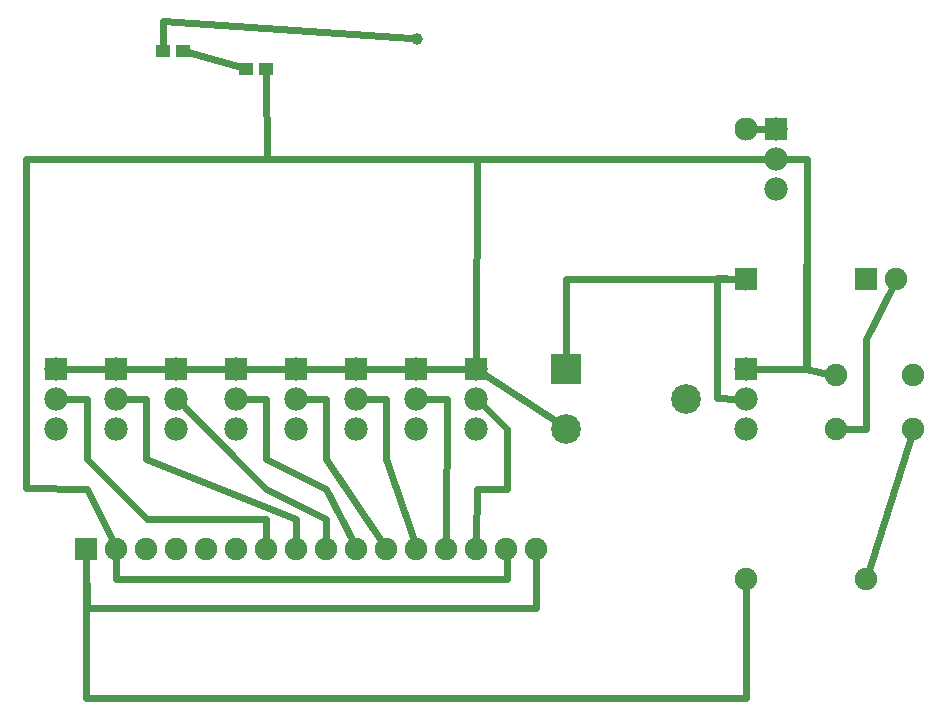
<source format=gtl>
G04 MADE WITH FRITZING*
G04 WWW.FRITZING.ORG*
G04 DOUBLE SIDED*
G04 HOLES PLATED*
G04 CONTOUR ON CENTER OF CONTOUR VECTOR*
%ASAXBY*%
%FSLAX23Y23*%
%MOIN*%
%OFA0B0*%
%SFA1.0B1.0*%
%ADD10C,0.075000*%
%ADD11C,0.078000*%
%ADD12C,0.099000*%
%ADD13C,0.077222*%
%ADD14C,0.039370*%
%ADD15R,0.075000X0.075000*%
%ADD16R,0.078000X0.078000*%
%ADD17R,0.099000X0.099000*%
%ADD18R,0.077222X0.077222*%
%ADD19R,0.047244X0.043307*%
%ADD20C,0.024000*%
%LNCOPPER1*%
G90*
G70*
G54D10*
X2522Y1250D03*
X2922Y1250D03*
X2922Y2250D03*
X3022Y2250D03*
X322Y1350D03*
X422Y1350D03*
X522Y1350D03*
X622Y1350D03*
X722Y1350D03*
X822Y1350D03*
X922Y1350D03*
X1022Y1350D03*
X1122Y1350D03*
X1222Y1350D03*
X1322Y1350D03*
X1422Y1350D03*
X1522Y1350D03*
X1622Y1350D03*
X1722Y1350D03*
X1822Y1350D03*
G54D11*
X2522Y1950D03*
X2522Y1850D03*
X2522Y1750D03*
X1622Y1950D03*
X1622Y1850D03*
X1622Y1750D03*
X1422Y1950D03*
X1422Y1850D03*
X1422Y1750D03*
X1222Y1950D03*
X1222Y1850D03*
X1222Y1750D03*
X1022Y1950D03*
X1022Y1850D03*
X1022Y1750D03*
X822Y1950D03*
X822Y1850D03*
X822Y1750D03*
X622Y1950D03*
X622Y1850D03*
X622Y1750D03*
X422Y1950D03*
X422Y1850D03*
X422Y1750D03*
X222Y1950D03*
X222Y1850D03*
X222Y1750D03*
G54D12*
X1922Y1750D03*
X1922Y1950D03*
X2322Y1850D03*
G54D10*
X3078Y1750D03*
X2822Y1750D03*
X3078Y1927D03*
X2822Y1927D03*
G54D13*
X2522Y2750D03*
X2522Y2250D03*
X2522Y2750D03*
X2522Y2250D03*
G54D11*
X2622Y2750D03*
X2622Y2650D03*
X2622Y2550D03*
G54D14*
X1424Y3049D03*
G54D15*
X2922Y2250D03*
X322Y1350D03*
G54D16*
X2522Y1950D03*
X1622Y1950D03*
X1422Y1950D03*
X1222Y1950D03*
X1022Y1950D03*
X822Y1950D03*
X622Y1950D03*
X422Y1950D03*
X222Y1950D03*
G54D17*
X1922Y1950D03*
G54D18*
X2522Y2250D03*
X2522Y2250D03*
G54D16*
X2622Y2750D03*
G54D19*
X577Y3009D03*
X644Y3009D03*
X855Y2950D03*
X922Y2950D03*
G54D20*
X1623Y2648D02*
X2592Y2650D01*
D02*
X1622Y1980D02*
X1623Y2648D01*
D02*
X1452Y1950D02*
X1592Y1950D01*
D02*
X1252Y1950D02*
X1392Y1950D01*
D02*
X1052Y1950D02*
X1192Y1950D01*
D02*
X852Y1950D02*
X992Y1950D01*
D02*
X652Y1950D02*
X792Y1950D01*
D02*
X452Y1950D02*
X592Y1950D01*
D02*
X392Y1950D02*
X252Y1950D01*
D02*
X1647Y1933D02*
X1896Y1767D01*
D02*
X322Y851D02*
X2522Y851D01*
D02*
X2522Y851D02*
X2522Y1221D01*
D02*
X322Y1321D02*
X322Y851D01*
D02*
X3070Y1722D02*
X2931Y1277D01*
D02*
X1022Y1450D02*
X522Y1649D01*
D02*
X922Y1649D02*
X921Y1849D01*
D02*
X522Y1649D02*
X522Y1850D01*
D02*
X522Y1850D02*
X452Y1850D01*
D02*
X922Y1549D02*
X821Y1648D01*
D02*
X1122Y1448D02*
X922Y1549D01*
D02*
X821Y1648D02*
X643Y1828D01*
D02*
X1122Y1548D02*
X922Y1649D01*
D02*
X921Y1849D02*
X852Y1849D01*
D02*
X1122Y1648D02*
X1122Y1849D01*
D02*
X1122Y1849D02*
X1052Y1849D01*
D02*
X1322Y1849D02*
X1252Y1849D01*
D02*
X1322Y1648D02*
X1322Y1849D01*
D02*
X1523Y1849D02*
X1452Y1849D01*
D02*
X1623Y1548D02*
X1724Y1548D01*
D02*
X1724Y1548D02*
X1724Y1749D01*
D02*
X1724Y1749D02*
X1644Y1828D01*
D02*
X1622Y1378D02*
X1623Y1548D01*
D02*
X1522Y1378D02*
X1523Y1849D01*
D02*
X1413Y1377D02*
X1322Y1648D01*
D02*
X1306Y1373D02*
X1122Y1648D01*
D02*
X1209Y1375D02*
X1122Y1548D01*
D02*
X1122Y1378D02*
X1122Y1448D01*
D02*
X1022Y1378D02*
X1022Y1450D01*
D02*
X921Y1448D02*
X922Y1378D01*
D02*
X524Y1448D02*
X921Y1448D01*
D02*
X323Y1648D02*
X524Y1448D01*
D02*
X323Y1849D02*
X323Y1648D01*
D02*
X252Y1849D02*
X323Y1849D01*
D02*
X2922Y1748D02*
X2851Y1749D01*
D02*
X2922Y2049D02*
X2922Y1748D01*
D02*
X3009Y2224D02*
X2922Y2049D01*
D02*
X1821Y1151D02*
X1822Y1321D01*
D02*
X324Y1151D02*
X1821Y1151D01*
D02*
X322Y1321D02*
X324Y1151D01*
D02*
X421Y1248D02*
X422Y1321D01*
D02*
X1724Y1248D02*
X421Y1248D01*
D02*
X1723Y1321D02*
X1724Y1248D01*
D02*
X2550Y2750D02*
X2592Y2750D01*
D02*
X121Y1552D02*
X121Y2648D01*
D02*
X121Y2648D02*
X2592Y2650D01*
D02*
X323Y1549D02*
X121Y1552D01*
D02*
X409Y1375D02*
X323Y1549D01*
D02*
X2723Y1948D02*
X2552Y1949D01*
D02*
X2723Y2648D02*
X2723Y1948D01*
D02*
X2652Y2649D02*
X2723Y2648D01*
D02*
X2424Y2252D02*
X2424Y1851D01*
D02*
X2424Y1851D02*
X2492Y1850D01*
D02*
X2495Y2250D02*
X2424Y2252D01*
D02*
X2721Y1949D02*
X2794Y1933D01*
D02*
X2723Y2648D02*
X2721Y1949D01*
D02*
X2652Y2649D02*
X2723Y2648D01*
D02*
X662Y3004D02*
X837Y2955D01*
D02*
X923Y2649D02*
X922Y2934D01*
D02*
X2592Y2650D02*
X923Y2649D01*
D02*
X577Y3110D02*
X577Y3025D01*
D02*
X1405Y3051D02*
X577Y3110D01*
D02*
X1922Y2250D02*
X1922Y1981D01*
D02*
X2495Y2250D02*
X1922Y2250D01*
G04 End of Copper1*
M02*
</source>
